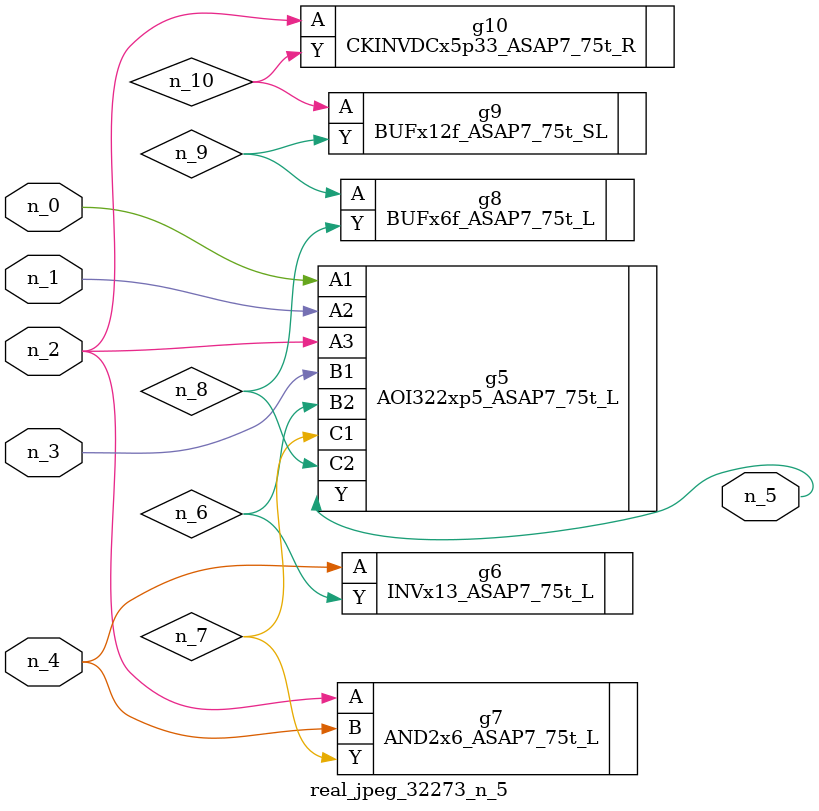
<source format=v>
module real_jpeg_32273_n_5 (n_4, n_0, n_1, n_2, n_3, n_5);

input n_4;
input n_0;
input n_1;
input n_2;
input n_3;

output n_5;

wire n_8;
wire n_6;
wire n_7;
wire n_10;
wire n_9;

AOI322xp5_ASAP7_75t_L g5 ( 
.A1(n_0),
.A2(n_1),
.A3(n_2),
.B1(n_3),
.B2(n_6),
.C1(n_7),
.C2(n_8),
.Y(n_5)
);

AND2x6_ASAP7_75t_L g7 ( 
.A(n_2),
.B(n_4),
.Y(n_7)
);

CKINVDCx5p33_ASAP7_75t_R g10 ( 
.A(n_2),
.Y(n_10)
);

INVx13_ASAP7_75t_L g6 ( 
.A(n_4),
.Y(n_6)
);

BUFx6f_ASAP7_75t_L g8 ( 
.A(n_9),
.Y(n_8)
);

BUFx12f_ASAP7_75t_SL g9 ( 
.A(n_10),
.Y(n_9)
);


endmodule
</source>
